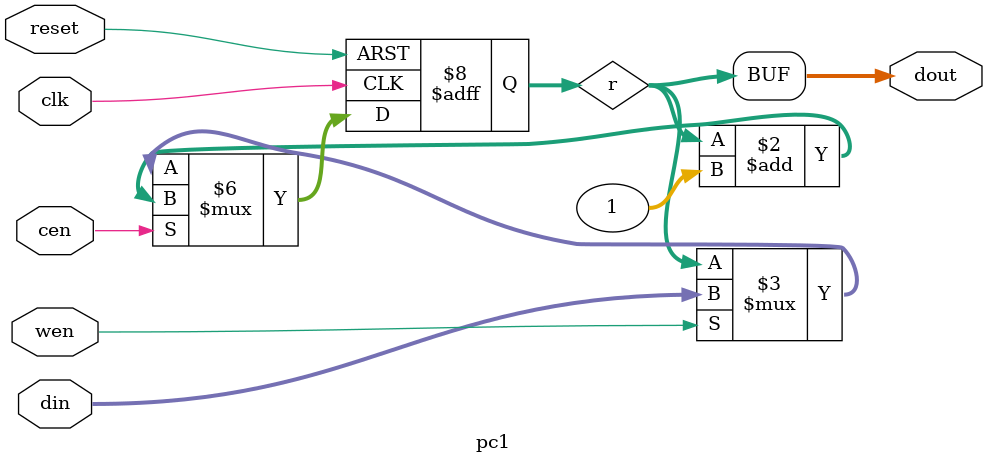
<source format=v>
module pc1 //(clk, reset, cen, wen, din, dout);
  #(
    parameter WIDTH= 32
   )
   (
    input wire 		    clk,
    input wire 		    reset,
    input wire 		    cen,
    input wire 		    wen,
    input wire [WIDTH-1:0]  din,
    output wire [WIDTH-1:0] dout
    );
   
   reg [WIDTH-1:0] 	    r;
   
   always @(posedge clk, posedge reset)
     begin
	if (reset)
	  r <= 0;
	else
	  begin
	     if (cen)
	       r <= r+1;
	     else if (wen)
	       r <= din;
	  end
     end

   assign dout= r;
   
endmodule // cntreg

</source>
